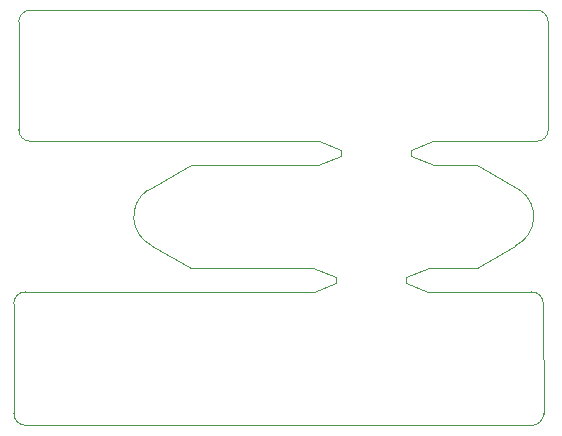
<source format=gbr>
%TF.GenerationSoftware,KiCad,Pcbnew,9.0.1*%
%TF.CreationDate,2025-06-23T13:00:01-04:00*%
%TF.ProjectId,Colossus_TI_rev_B,436f6c6f-7373-4757-935f-54495f726576,rev?*%
%TF.SameCoordinates,Original*%
%TF.FileFunction,Profile,NP*%
%FSLAX46Y46*%
G04 Gerber Fmt 4.6, Leading zero omitted, Abs format (unit mm)*
G04 Created by KiCad (PCBNEW 9.0.1) date 2025-06-23 13:00:01*
%MOMM*%
%LPD*%
G01*
G04 APERTURE LIST*
%TA.AperFunction,Profile*%
%ADD10C,0.038100*%
%TD*%
G04 APERTURE END LIST*
D10*
X71727107Y-59752900D02*
X71730000Y-50650000D01*
X86300000Y-62750000D02*
X97050000Y-62750000D01*
X86300000Y-71500000D02*
X83037500Y-69600000D01*
X106875000Y-62750000D02*
X110500000Y-62750000D01*
X72730000Y-49649777D02*
X115552893Y-49637107D01*
X116172893Y-83802893D02*
G75*
G02*
X115172893Y-84802893I-999993J-7D01*
G01*
X72727107Y-60752893D02*
G75*
G02*
X71727107Y-59752893I-7J999993D01*
G01*
X72320000Y-84800000D02*
G75*
G02*
X71320000Y-83800000I0J1000000D01*
G01*
X104925000Y-61500000D02*
X106800000Y-60750000D01*
X71300000Y-74500000D02*
G75*
G02*
X72300000Y-73500000I1000000J0D01*
G01*
X104500000Y-72750000D02*
X106375000Y-73500000D01*
X115150000Y-73500000D02*
X106375000Y-73500000D01*
X98575000Y-72750000D02*
X96700000Y-73500000D01*
X115150000Y-73500000D02*
G75*
G02*
X116150000Y-74500000I0J-1000000D01*
G01*
X106450000Y-71500000D02*
X110500000Y-71500000D01*
X86300000Y-71500000D02*
X96625000Y-71500000D01*
X104925000Y-62000000D02*
X106875000Y-62750000D01*
X110500000Y-71500000D02*
X113775000Y-69600000D01*
X83037500Y-69600000D02*
G75*
G02*
X82658223Y-64868792I1175000J2475000D01*
G01*
X98575000Y-72250000D02*
X98575000Y-72750000D01*
X115552893Y-49637107D02*
G75*
G02*
X116552893Y-50637107I7J-999993D01*
G01*
X104925000Y-62000000D02*
X104925000Y-61500000D01*
X72320000Y-84800066D02*
X115172900Y-84802893D01*
X116572893Y-59752893D02*
G75*
G02*
X115572893Y-60752893I-999993J-7D01*
G01*
X104500000Y-72250000D02*
X104500000Y-72750000D01*
X96700000Y-73500000D02*
X72300000Y-73500000D01*
X97125000Y-60750000D02*
X72727107Y-60750000D01*
X104500000Y-72250000D02*
X106450000Y-71500000D01*
X114154277Y-64868792D02*
G75*
G02*
X113775000Y-69600000I-1554277J-2256208D01*
G01*
X116552893Y-50637107D02*
X116575000Y-59760000D01*
X110500000Y-62750000D02*
X114154277Y-64868792D01*
X99000000Y-62000000D02*
X99000000Y-61500000D01*
X86300000Y-62750000D02*
X82658223Y-64868792D01*
X99000000Y-62000000D02*
X97050000Y-62750000D01*
X116172893Y-83802900D02*
X116150000Y-74500000D01*
X71300000Y-74500000D02*
X71320000Y-83800000D01*
X71730000Y-50650000D02*
G75*
G02*
X72730000Y-49650000I1000000J0D01*
G01*
X115572893Y-60752893D02*
X106800000Y-60750000D01*
X98575000Y-72250000D02*
X96625000Y-71500000D01*
X99000000Y-61500000D02*
X97125000Y-60750000D01*
M02*

</source>
